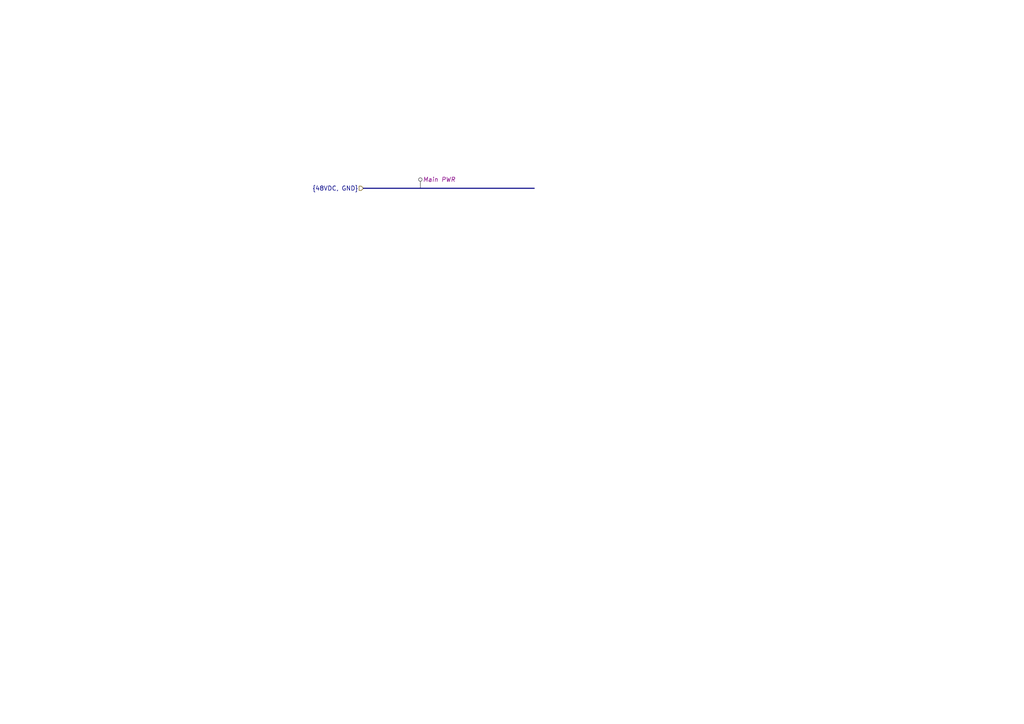
<source format=kicad_sch>
(kicad_sch
	(version 20231120)
	(generator "eeschema")
	(generator_version "8.0")
	(uuid "44838fed-49ab-4f7b-b1e4-7698ed77f218")
	(paper "A4")
	(lib_symbols)
	(bus
		(pts
			(xy 105.41 54.61) (xy 154.94 54.61)
		)
		(stroke
			(width 0)
			(type default)
		)
		(uuid "71abcefb-f539-4fdd-baf9-127c256f095d")
	)
	(hierarchical_label "{48VDC, GND}"
		(shape input)
		(at 105.41 54.61 180)
		(fields_autoplaced yes)
		(effects
			(font
				(size 1.27 1.27)
			)
			(justify right)
		)
		(uuid "af89aefa-b1fa-45fa-8dbc-542981f3b7df")
	)
	(netclass_flag ""
		(length 2.54)
		(shape round)
		(at 121.92 54.61 0)
		(fields_autoplaced yes)
		(effects
			(font
				(size 1.27 1.27)
			)
			(justify left bottom)
		)
		(uuid "143e2f89-2abd-4132-895e-3736907bc6b9")
		(property "Netclass" "Main PWR"
			(at 122.6185 52.07 0)
			(effects
				(font
					(size 1.27 1.27)
					(italic yes)
				)
				(justify left)
			)
		)
	)
)

</source>
